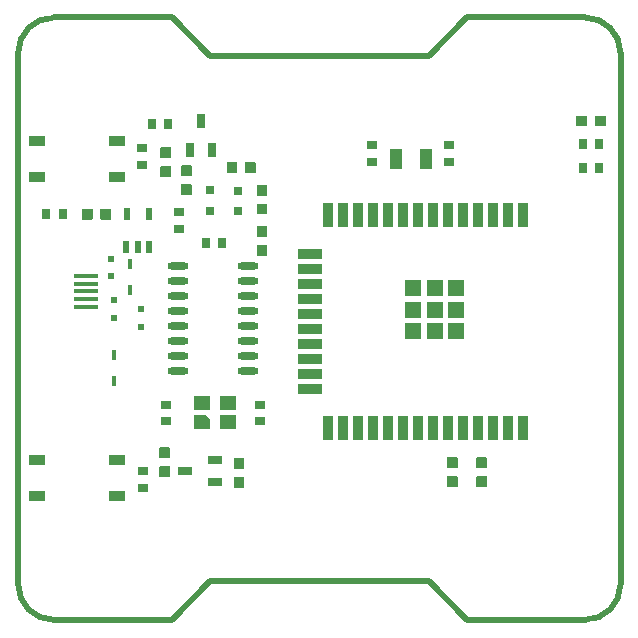
<source format=gtp>
G04 Layer_Color=8421504*
%FSLAX44Y44*%
%MOMM*%
G71*
G01*
G75*
%ADD10R,0.8000X0.8000*%
%ADD11R,0.8640X0.8065*%
%ADD12R,0.4550X0.8450*%
%ADD13R,0.8000X0.9000*%
%ADD14R,1.3300X1.3300*%
%ADD15R,0.9500X2.1000*%
%ADD16R,2.1000X0.9500*%
%ADD17R,1.0500X1.7000*%
%ADD18R,1.4000X1.1500*%
%ADD19R,0.5080X0.5080*%
%ADD20R,0.6223X1.1049*%
%ADD21O,1.8000X0.6000*%
%ADD22R,1.4000X0.9000*%
%ADD23R,0.8065X0.8640*%
%ADD24R,1.2500X0.7000*%
%ADD25R,0.7000X1.2500*%
%ADD26R,2.0000X0.4000*%
%ADD27R,0.6000X0.6000*%
%ADD28R,0.9000X0.8000*%
%ADD32C,0.5000*%
G36*
X127100Y144718D02*
Y136718D01*
X126600Y136218D01*
X124180D01*
Y139918D01*
X120880D01*
Y136218D01*
X118600D01*
X118100Y136718D01*
Y144718D01*
X118600Y145218D01*
X126600D01*
X127100Y144718D01*
D02*
G37*
G36*
X395600Y136250D02*
Y128350D01*
X395100Y127850D01*
X392820D01*
Y131650D01*
X389520D01*
Y127850D01*
X387100D01*
X386600Y128350D01*
Y136250D01*
X387100Y136750D01*
X395100D01*
X395600Y136250D01*
D02*
G37*
G36*
X161098Y168762D02*
X161098Y161051D01*
X147098D01*
Y172551D01*
X157478Y172552D01*
X161098Y168762D01*
D02*
G37*
G36*
X209500Y331950D02*
Y323950D01*
X209000Y323450D01*
X206580D01*
Y327150D01*
X203280D01*
Y323450D01*
X201000D01*
X200500Y323950D01*
Y331950D01*
X201000Y332450D01*
X209000D01*
X209500Y331950D01*
D02*
G37*
G36*
Y315950D02*
Y308050D01*
X209000Y307550D01*
X201000D01*
X200500Y308050D01*
Y315950D01*
X201000Y316450D01*
X203280D01*
Y312650D01*
X206580D01*
Y316450D01*
X209000D01*
X209500Y315950D01*
D02*
G37*
G36*
X370600Y136250D02*
Y128350D01*
X370100Y127850D01*
X367820D01*
Y131650D01*
X364520D01*
Y127850D01*
X362100D01*
X361600Y128350D01*
Y136250D01*
X362100Y136750D01*
X370100D01*
X370600Y136250D01*
D02*
G37*
G36*
Y120350D02*
Y112350D01*
X370100Y111850D01*
X362100D01*
X361600Y112350D01*
Y120350D01*
X362100Y120850D01*
X364520D01*
Y117150D01*
X367820D01*
Y120850D01*
X370100D01*
X370600Y120350D01*
D02*
G37*
G36*
X190100Y119817D02*
Y111818D01*
X189600Y111318D01*
X181600D01*
X181100Y111818D01*
Y119817D01*
X181600Y120318D01*
X184020D01*
Y116618D01*
X187320D01*
Y120318D01*
X189600D01*
X190100Y119817D01*
D02*
G37*
G36*
X395600Y120350D02*
Y112350D01*
X395100Y111850D01*
X387100D01*
X386600Y112350D01*
Y120350D01*
X387100Y120850D01*
X389520D01*
Y117150D01*
X392820D01*
Y120850D01*
X395100D01*
X395600Y120350D01*
D02*
G37*
G36*
X190100Y135717D02*
Y127817D01*
X189600Y127318D01*
X187320D01*
Y131117D01*
X184020D01*
Y127318D01*
X181600D01*
X181100Y127817D01*
Y135717D01*
X181600Y136217D01*
X189600D01*
X190100Y135717D01*
D02*
G37*
G36*
X127100Y128718D02*
Y120818D01*
X126600Y120318D01*
X118600D01*
X118100Y120818D01*
Y128718D01*
X118600Y129218D01*
X120880D01*
Y125418D01*
X124180D01*
Y129218D01*
X126600D01*
X127100Y128718D01*
D02*
G37*
G36*
X61418Y346500D02*
Y344220D01*
X57618D01*
Y340920D01*
X61418D01*
Y338500D01*
X60918Y338000D01*
X53018D01*
X52518Y338500D01*
Y346500D01*
X53018Y347000D01*
X60918D01*
X61418Y346500D01*
D02*
G37*
G36*
X128100Y382850D02*
Y374850D01*
X127600Y374350D01*
X119600D01*
X119100Y374850D01*
Y382850D01*
X119600Y383350D01*
X122020D01*
Y379650D01*
X125320D01*
Y383350D01*
X127600D01*
X128100Y382850D01*
D02*
G37*
G36*
X199950Y386500D02*
Y378500D01*
X199450Y378000D01*
X191550D01*
X191050Y378500D01*
Y380780D01*
X194850D01*
Y384080D01*
X191050D01*
Y386500D01*
X191550Y387000D01*
X199450D01*
X199950Y386500D01*
D02*
G37*
G36*
X128100Y398750D02*
Y390850D01*
X127600Y390350D01*
X125320D01*
Y394150D01*
X122020D01*
Y390350D01*
X119600D01*
X119100Y390850D01*
Y398750D01*
X119600Y399250D01*
X127600D01*
X128100Y398750D01*
D02*
G37*
G36*
X496050Y425800D02*
Y417800D01*
X495550Y417300D01*
X487650D01*
X487150Y417800D01*
Y420080D01*
X490950D01*
Y423380D01*
X487150D01*
Y425800D01*
X487650Y426300D01*
X495550D01*
X496050Y425800D01*
D02*
G37*
G36*
X480150D02*
Y423380D01*
X476450D01*
Y420080D01*
X480150D01*
Y417800D01*
X479650Y417300D01*
X471650D01*
X471150Y417800D01*
Y425800D01*
X471650Y426300D01*
X479650D01*
X480150Y425800D01*
D02*
G37*
G36*
X184050Y386500D02*
Y384080D01*
X180350D01*
Y380780D01*
X184050D01*
Y378500D01*
X183550Y378000D01*
X175550D01*
X175050Y378500D01*
Y386500D01*
X175550Y387000D01*
X183550D01*
X184050Y386500D01*
D02*
G37*
G36*
X209500Y351082D02*
Y343082D01*
X209000Y342582D01*
X201000D01*
X200500Y343082D01*
Y351082D01*
X201000Y351582D01*
X203420D01*
Y347882D01*
X206720D01*
Y351582D01*
X209000D01*
X209500Y351082D01*
D02*
G37*
G36*
X77418Y346500D02*
Y338500D01*
X76918Y338000D01*
X68918D01*
X68418Y338500D01*
Y340920D01*
X72118D01*
Y344220D01*
X68418D01*
Y346500D01*
X68918Y347000D01*
X76918D01*
X77418Y346500D01*
D02*
G37*
G36*
X209500Y366982D02*
Y359082D01*
X209000Y358582D01*
X206720D01*
Y362382D01*
X203420D01*
Y358582D01*
X201000D01*
X200500Y359082D01*
Y366982D01*
X201000Y367482D01*
X209000D01*
X209500Y366982D01*
D02*
G37*
G36*
X145600Y383750D02*
Y375750D01*
X145100Y375250D01*
X142680D01*
Y378950D01*
X139380D01*
Y375250D01*
X137100D01*
X136600Y375750D01*
Y383750D01*
X137100Y384250D01*
X145100D01*
X145600Y383750D01*
D02*
G37*
G36*
Y367750D02*
Y359850D01*
X145100Y359350D01*
X137100D01*
X136600Y359850D01*
Y367750D01*
X137100Y368250D01*
X139380D01*
Y364450D01*
X142680D01*
Y368250D01*
X145100D01*
X145600Y367750D01*
D02*
G37*
D10*
X185000Y345482D02*
D03*
Y362500D02*
D03*
X161100Y345791D02*
D03*
Y362809D02*
D03*
D11*
X205000Y362565D02*
D03*
Y347500D02*
D03*
X366100Y131832D02*
D03*
Y116768D02*
D03*
X185600Y131300D02*
D03*
Y116235D02*
D03*
X391100Y131832D02*
D03*
Y116768D02*
D03*
X123600Y394332D02*
D03*
Y379268D02*
D03*
X205000Y312468D02*
D03*
Y327532D02*
D03*
X122600Y125235D02*
D03*
Y140300D02*
D03*
X141100Y364268D02*
D03*
Y379332D02*
D03*
D12*
X80000Y223475D02*
D03*
Y201525D02*
D03*
X93600Y300275D02*
D03*
Y278325D02*
D03*
D13*
X171599Y318300D02*
D03*
X157601D02*
D03*
X490599Y401800D02*
D03*
X476601D02*
D03*
X490599Y381800D02*
D03*
X476601D02*
D03*
X111601Y419300D02*
D03*
X125599D02*
D03*
X22500Y342500D02*
D03*
X36498D02*
D03*
D14*
X332775Y243449D02*
D03*
Y261799D02*
D03*
Y280149D02*
D03*
X369475D02*
D03*
Y261799D02*
D03*
Y243449D02*
D03*
X351125D02*
D03*
Y280149D02*
D03*
Y261799D02*
D03*
D15*
X426125Y161799D02*
D03*
X413425D02*
D03*
X400726D02*
D03*
X388026D02*
D03*
X375326D02*
D03*
X362626D02*
D03*
X349925D02*
D03*
X337225D02*
D03*
X324525D02*
D03*
X311826D02*
D03*
X299125D02*
D03*
X286425D02*
D03*
X273725D02*
D03*
X261026D02*
D03*
X261024Y341801D02*
D03*
X273724D02*
D03*
X286424D02*
D03*
X299124D02*
D03*
X311824D02*
D03*
X324524D02*
D03*
X337224D02*
D03*
X349924D02*
D03*
X362624D02*
D03*
X375324D02*
D03*
X388024D02*
D03*
X400724D02*
D03*
X413424D02*
D03*
X426124D02*
D03*
D16*
X246075Y194648D02*
D03*
Y207348D02*
D03*
Y220048D02*
D03*
Y232748D02*
D03*
Y245448D02*
D03*
Y258148D02*
D03*
Y270848D02*
D03*
Y283548D02*
D03*
Y296248D02*
D03*
Y308948D02*
D03*
D17*
X318350Y389300D02*
D03*
X343850D02*
D03*
D18*
X176100Y182802D02*
D03*
X154099D02*
D03*
X176100Y166800D02*
D03*
D19*
X154099D02*
D03*
D20*
X109124Y315330D02*
D03*
X99726D02*
D03*
X90075D02*
D03*
X90329Y343270D02*
D03*
X109124D02*
D03*
D21*
X133882Y298750D02*
D03*
Y286050D02*
D03*
Y273350D02*
D03*
Y260650D02*
D03*
Y247950D02*
D03*
Y235250D02*
D03*
Y222550D02*
D03*
Y209850D02*
D03*
X193318Y298750D02*
D03*
Y286050D02*
D03*
Y273350D02*
D03*
Y260650D02*
D03*
Y247950D02*
D03*
Y235250D02*
D03*
Y222550D02*
D03*
Y209850D02*
D03*
D22*
X14600Y404299D02*
D03*
X82600D02*
D03*
X14600Y374299D02*
D03*
X82600D02*
D03*
X14600Y134299D02*
D03*
X82600D02*
D03*
X14600Y104299D02*
D03*
X82600D02*
D03*
D23*
X195032Y382500D02*
D03*
X179968D02*
D03*
X491132Y421800D02*
D03*
X476068D02*
D03*
X57435Y342500D02*
D03*
X72500D02*
D03*
D24*
X140103Y125300D02*
D03*
X165097Y134800D02*
D03*
Y115800D02*
D03*
D25*
X153600Y421797D02*
D03*
X163100Y396803D02*
D03*
X144100D02*
D03*
D26*
X56100Y290500D02*
D03*
Y284000D02*
D03*
Y277500D02*
D03*
Y271000D02*
D03*
Y264500D02*
D03*
D27*
X77500Y305000D02*
D03*
Y290000D02*
D03*
X102500Y247500D02*
D03*
Y262500D02*
D03*
X80000Y254999D02*
D03*
Y270000D02*
D03*
D28*
X363600Y401299D02*
D03*
Y387301D02*
D03*
X298600Y401299D02*
D03*
Y387301D02*
D03*
X203600Y167301D02*
D03*
Y181299D02*
D03*
X123600D02*
D03*
Y167301D02*
D03*
X104600Y111302D02*
D03*
Y125300D02*
D03*
X103600Y384801D02*
D03*
Y398799D02*
D03*
X135000Y344499D02*
D03*
Y330501D02*
D03*
D32*
X478600Y-700D02*
G03*
X508600Y29300I0J30000D01*
G01*
Y479300D02*
G03*
X478600Y509300I-30000J0D01*
G01*
X28600D02*
G03*
X-1400Y479300I0J-30000D01*
G01*
Y29300D02*
G03*
X28600Y-700I30000J0D01*
G01*
X128600Y509300D02*
X161100Y476800D01*
X28600Y509300D02*
X128600D01*
X161100Y476800D02*
X346100D01*
X378600Y509300D02*
X478600D01*
X346100Y476800D02*
X378600Y509300D01*
X346100Y31800D02*
X378600Y-700D01*
X478600D01*
X161100Y31800D02*
X346100D01*
X28600Y-700D02*
X128600D01*
X161100Y31800D01*
X-1400Y29300D02*
Y479300D01*
X508600Y29300D02*
Y479300D01*
M02*

</source>
